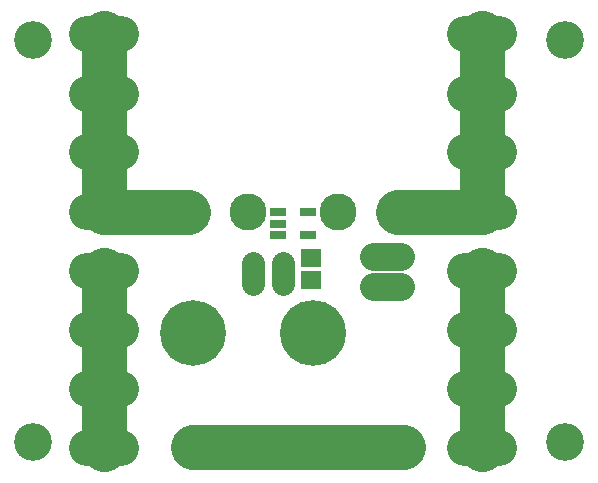
<source format=gbs>
G75*
%MOIN*%
%OFA0B0*%
%FSLAX24Y24*%
%IPPOS*%
%LPD*%
%AMOC8*
5,1,8,0,0,1.08239X$1,22.5*
%
%ADD10C,0.1261*%
%ADD11C,0.1500*%
%ADD12C,0.2184*%
%ADD13C,0.2193*%
%ADD14C,0.0946*%
%ADD15R,0.0580X0.0300*%
%ADD16C,0.1231*%
%ADD17C,0.1389*%
%ADD18C,0.0773*%
%ADD19C,0.1546*%
%ADD20C,0.1200*%
%ADD21R,0.0671X0.0592*%
D10*
X001320Y007786D03*
X001320Y007786D03*
X001320Y021172D03*
X019037Y021172D03*
X019037Y007786D03*
D11*
X016289Y007555D02*
X016289Y013505D01*
X016289Y015455D02*
X013489Y015455D01*
X016289Y015455D02*
X016289Y021405D01*
X006489Y015455D02*
X003689Y015455D01*
X003689Y021405D01*
X003689Y013505D02*
X003689Y007555D01*
X006639Y007605D02*
X013639Y007605D01*
D12*
X006639Y011405D03*
D13*
X010639Y011405D03*
D14*
X012698Y012951D02*
X013565Y012951D01*
X013565Y013951D02*
X012698Y013951D01*
D15*
X010492Y014700D03*
X010492Y015440D03*
X009472Y015440D03*
X009472Y015070D03*
X009472Y014700D03*
D16*
X008482Y015463D03*
X011482Y015463D03*
D17*
X013482Y015463D03*
X006482Y015463D03*
D18*
X008639Y013751D02*
X008639Y013059D01*
X009639Y013059D02*
X009639Y013751D01*
D19*
X010639Y011405D03*
X006639Y011405D03*
D20*
X004243Y007579D02*
X003123Y007579D01*
X003123Y009559D02*
X004243Y009559D01*
X004243Y011519D02*
X003123Y011519D01*
X003123Y013499D02*
X004243Y013499D01*
X004243Y015459D02*
X003123Y015459D01*
X003123Y017439D02*
X004243Y017439D01*
X004243Y019399D02*
X003123Y019399D01*
X003123Y021379D02*
X004243Y021379D01*
X015721Y021379D02*
X016841Y021379D01*
X016841Y019399D02*
X015721Y019399D01*
X015721Y017439D02*
X016841Y017439D01*
X016841Y015459D02*
X015721Y015459D01*
X015721Y013499D02*
X016841Y013499D01*
X016841Y011519D02*
X015721Y011519D01*
X015721Y009559D02*
X016841Y009559D01*
X016841Y007579D02*
X015721Y007579D01*
D21*
X010589Y013181D03*
X010589Y013929D03*
M02*

</source>
